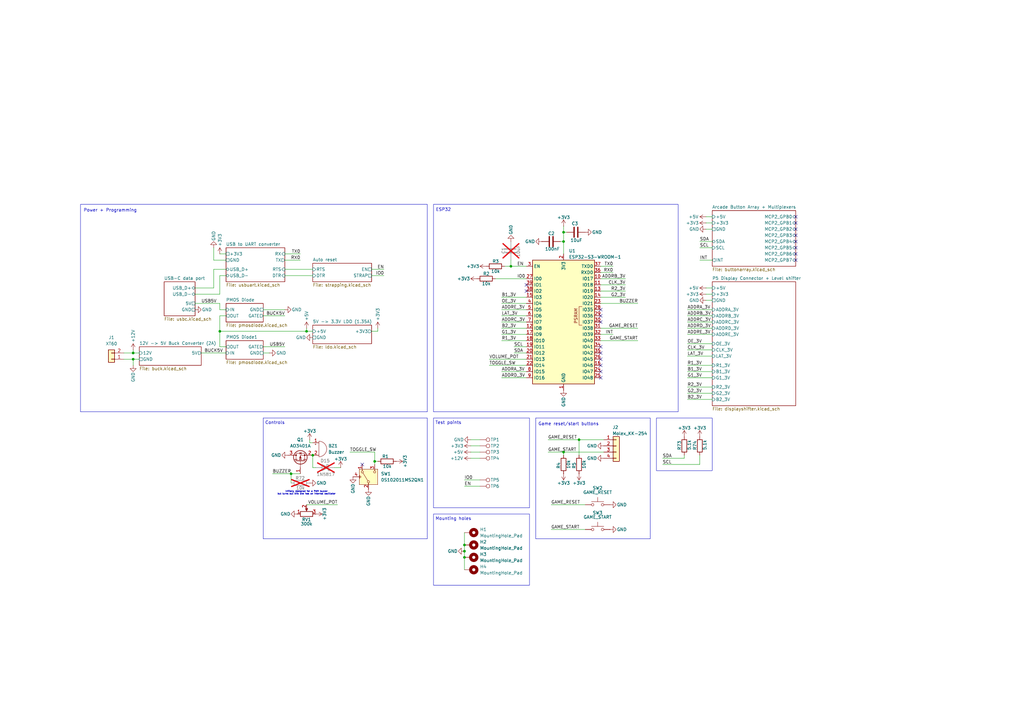
<source format=kicad_sch>
(kicad_sch (version 20250114) (generator "eeschema") (generator_version "9.0")
  (paper "A3")
  (lib_symbols
    (symbol "Connector:TestPoint" (pin_numbers (hide yes)) (pin_names (offset 0.762) (hide yes))
      (property "Reference" "TP" (at 0 6.858 0))
      (property "Value" "TestPoint" (at 0 5.08 0))
      (symbol "TestPoint_0_1"
        (circle (center 0 3.302) (radius 0.762))
      )
      (symbol "TestPoint_1_1"
        (pin passive line (at 0 0 90) (length 2.54) (name "1") (number "1"))
      )
    )
    (symbol "Connector_Generic:Conn_01x02" (pin_names (offset 1.016) (hide yes))
      (property "Reference" "J" (at 0 2.54 0))
      (property "Value" "Conn_01x02" (at 0 -5.08 0))
      (symbol "Conn_01x02_1_1"
        (rectangle (start -1.27 1.27) (end 1.27 -3.81) (stroke (width 0.254)) (fill (type background)))
        (rectangle (start -1.27 0.127) (end 0 -0.127) (stroke (width 0.1524)))
        (rectangle (start -1.27 -2.413) (end 0 -2.667) (stroke (width 0.1524)))
        (pin passive line (at -5.08 0 0) (length 3.81) (name "Pin_1") (number "1"))
        (pin passive line (at -5.08 -2.54 0) (length 3.81) (name "Pin_2") (number "2"))
      )
    )
    (symbol "Connector_Generic:Conn_01x04" (pin_names (offset 1.016) (hide yes))
      (property "Reference" "J" (at 0 5.08 0))
      (property "Value" "Conn_01x04" (at 0 -7.62 0))
      (symbol "Conn_01x04_1_1"
        (rectangle (start -1.27 3.81) (end 1.27 -6.35) (stroke (width 0.254)) (fill (type background)))
        (rectangle (start -1.27 2.667) (end 0 2.413) (stroke (width 0.1524)))
        (rectangle (start -1.27 0.127) (end 0 -0.127) (stroke (width 0.1524)))
        (rectangle (start -1.27 -2.413) (end 0 -2.667) (stroke (width 0.1524)))
        (rectangle (start -1.27 -4.953) (end 0 -5.207) (stroke (width 0.1524)))
        (pin passive line (at -5.08 2.54 0) (length 3.81) (name "Pin_1") (number "1"))
        (pin passive line (at -5.08 0 0) (length 3.81) (name "Pin_2") (number "2"))
        (pin passive line (at -5.08 -2.54 0) (length 3.81) (name "Pin_3") (number "3"))
        (pin passive line (at -5.08 -5.08 0) (length 3.81) (name "Pin_4") (number "4"))
      )
    )
    (symbol "Device:Buzzer" (pin_names (offset 0.0254) (hide yes))
      (property "Reference" "BZ" (at 3.81 1.27 0))
      (property "Value" "Buzzer" (at 3.81 -1.27 0))
      (symbol "Buzzer_0_1"
        (polyline (pts (xy -1.651 1.905) (xy -1.143 1.905)))
        (polyline (pts (xy -1.397 2.159) (xy -1.397 1.651)))
        (arc (start 0 3.175) (mid 3.1612 0) (end 0 -3.175))
        (polyline (pts (xy 0 3.175) (xy 0 -3.175)))
      )
      (symbol "Buzzer_1_1"
        (pin passive line (at -2.54 2.54 0) (length 2.54) (name "+") (number "1"))
        (pin passive line (at -2.54 -2.54 0) (length 2.54) (name "-") (number "2"))
      )
    )
    (symbol "Device:C" (pin_numbers (hide yes)) (pin_names (offset 0.254))
      (property "Reference" "C" (at 0.635 2.54 0))
      (property "Value" "C" (at 0.635 -2.54 0))
      (symbol "C_0_1"
        (polyline (pts (xy -2.032 0.762) (xy 2.032 0.762)) (stroke (width 0.508)))
        (polyline (pts (xy -2.032 -0.762) (xy 2.032 -0.762)) (stroke (width 0.508)))
      )
      (symbol "C_1_1"
        (pin passive line (at 0 3.81 270) (length 2.794) (name "~") (number "1"))
        (pin passive line (at 0 -3.81 90) (length 2.794) (name "~") (number "2"))
      )
    )
    (symbol "Device:R" (pin_numbers (hide yes)) (pin_names (offset 0))
      (property "Reference" "R" (at 2.032 0 90))
      (property "Value" "R" (at 0 0 90))
      (symbol "R_0_1"
        (rectangle (start -1.016 -2.54) (end 1.016 2.54) (stroke (width 0.254)))
      )
      (symbol "R_1_1"
        (pin passive line (at 0 3.81 270) (length 1.27) (name "~") (number "1"))
        (pin passive line (at 0 -3.81 90) (length 1.27) (name "~") (number "2"))
      )
    )
    (symbol "Device:R_Potentiometer" (pin_names (offset 1.016) (hide yes))
      (property "Reference" "RV" (at -4.445 0 90))
      (property "Value" "R_Potentiometer" (at -2.54 0 90))
      (symbol "R_Potentiometer_0_1"
        (rectangle (start 1.016 2.54) (end -1.016 -2.54) (stroke (width 0.254)))
        (polyline (pts (xy 1.143 0) (xy 2.286 0.508) (xy 2.286 -0.508) (xy 1.143 0)) (fill (type outline)))
        (polyline (pts (xy 2.54 0) (xy 1.524 0)))
      )
      (symbol "R_Potentiometer_1_1"
        (pin passive line (at 0 3.81 270) (length 1.27) (name "1") (number "1"))
        (pin passive line (at 0 -3.81 90) (length 1.27) (name "3") (number "3"))
        (pin passive line (at 3.81 0 180) (length 1.27) (name "2") (number "2"))
      )
    )
    (symbol "Diode:1N5817" (pin_numbers (hide yes)) (pin_names (offset 1.016) (hide yes))
      (property "Reference" "D" (at 0 2.54 0))
      (property "Value" "1N5817" (at 0 -2.54 0))
      (symbol "1N5817_0_1"
        (polyline (pts (xy -1.905 0.635) (xy -1.905 1.27) (xy -1.27 1.27) (xy -1.27 -1.27) (xy -0.635 -1.27) (xy -0.635 -0.635)) (stroke (width 0.254)))
        (polyline (pts (xy 1.27 1.27) (xy 1.27 -1.27) (xy -1.27 0) (xy 1.27 1.27)) (stroke (width 0.254)))
        (polyline (pts (xy 1.27 0) (xy -1.27 0)))
      )
      (symbol "1N5817_1_1"
        (pin passive line (at -3.81 0 0) (length 2.54) (name "K") (number "1"))
        (pin passive line (at 3.81 0 180) (length 2.54) (name "A") (number "2"))
      )
    )
    (symbol "Mechanical:MountingHole_Pad" (pin_numbers (hide yes)) (pin_names (offset 1.016) (hide yes)) (exclude_from_sim yes) (in_bom no)
      (property "Reference" "H" (at 0 6.35 0))
      (property "Value" "MountingHole_Pad" (at 0 4.445 0))
      (symbol "MountingHole_Pad_0_1"
        (circle (center 0 1.27) (radius 1.27) (stroke (width 1.27)))
      )
      (symbol "MountingHole_Pad_1_1"
        (pin input line (at 0 -2.54 90) (length 2.54) (name "1") (number "1"))
      )
    )
    (symbol "RF_Module:ESP32-S3-WROOM-1"
      (property "Reference" "U" (at -12.7 26.67 0))
      (property "Value" "ESP32-S3-WROOM-1" (at 12.7 26.67 0))
      (symbol "ESP32-S3-WROOM-1_0_0"
        (rectangle (start -12.7 25.4) (end 12.7 -25.4) (stroke (width 0.254)) (fill (type background)))
        (text "PSRAM" (at 5.08 2.54 900) (effects (font (size 1.27 1.27))))
      )
      (symbol "ESP32-S3-WROOM-1_0_1"
        (polyline (pts (xy 7.62 -1.27) (xy 6.35 -1.27) (xy 6.35 6.35) (xy 7.62 6.35)))
      )
      (symbol "ESP32-S3-WROOM-1_1_1"
        (pin input line (at -15.24 22.86 0) (length 2.54) (name "EN") (number "3"))
        (pin bidirectional line (at -15.24 17.78 0) (length 2.54) (name "IO0") (number "27"))
        (pin bidirectional line (at -15.24 15.24 0) (length 2.54) (name "IO1") (number "39"))
        (pin bidirectional line (at -15.24 12.7 0) (length 2.54) (name "IO2") (number "38"))
        (pin bidirectional line (at -15.24 10.16 0) (length 2.54) (name "IO3") (number "15"))
        (pin bidirectional line (at -15.24 7.62 0) (length 2.54) (name "IO4") (number "4"))
        (pin bidirectional line (at -15.24 5.08 0) (length 2.54) (name "IO5") (number "5"))
        (pin bidirectional line (at -15.24 2.54 0) (length 2.54) (name "IO6") (number "6"))
        (pin bidirectional line (at -15.24 0 0) (length 2.54) (name "IO7") (number "7"))
        (pin bidirectional line (at -15.24 -2.54 0) (length 2.54) (name "IO8") (number "12"))
        (pin bidirectional line (at -15.24 -5.08 0) (length 2.54) (name "IO9") (number "17"))
        (pin bidirectional line (at -15.24 -7.62 0) (length 2.54) (name "IO10") (number "18"))
        (pin bidirectional line (at -15.24 -10.16 0) (length 2.54) (name "IO11") (number "19"))
        (pin bidirectional line (at -15.24 -12.7 0) (length 2.54) (name "IO12") (number "20"))
        (pin bidirectional line (at -15.24 -15.24 0) (length 2.54) (name "IO13") (number "21"))
        (pin bidirectional line (at -15.24 -17.78 0) (length 2.54) (name "IO14") (number "22"))
        (pin bidirectional line (at -15.24 -20.32 0) (length 2.54) (name "IO15") (number "8"))
        (pin bidirectional line (at -15.24 -22.86 0) (length 2.54) (name "IO16") (number "9"))
        (pin power_in line (at 0 27.94 270) (length 2.54) (name "3V3") (number "2"))
        (pin power_in line (at 0 -27.94 90) (length 2.54) (name "GND") (number "1"))
        (pin passive line (at 0 -27.94 90) (length 2.54) (hide yes) (name "GND") (number "40"))
        (pin passive line (at 0 -27.94 90) (length 2.54) (hide yes) (name "GND") (number "41"))
        (pin bidirectional line (at 15.24 22.86 180) (length 2.54) (name "TXD0") (number "37"))
        (pin bidirectional line (at 15.24 20.32 180) (length 2.54) (name "RXD0") (number "36"))
        (pin bidirectional line (at 15.24 17.78 180) (length 2.54) (name "IO17") (number "10"))
        (pin bidirectional line (at 15.24 15.24 180) (length 2.54) (name "IO18") (number "11"))
        (pin bidirectional line (at 15.24 12.7 180) (length 2.54) (name "IO19") (number "13"))
        (pin bidirectional line (at 15.24 10.16 180) (length 2.54) (name "IO20") (number "14"))
        (pin bidirectional line (at 15.24 7.62 180) (length 2.54) (name "IO21") (number "23"))
        (pin bidirectional line (at 15.24 5.08 180) (length 2.54) (name "IO35") (number "28"))
        (pin bidirectional line (at 15.24 2.54 180) (length 2.54) (name "IO36") (number "29"))
        (pin bidirectional line (at 15.24 0 180) (length 2.54) (name "IO37") (number "30"))
        (pin bidirectional line (at 15.24 -2.54 180) (length 2.54) (name "IO38") (number "31"))
        (pin bidirectional line (at 15.24 -5.08 180) (length 2.54) (name "IO39") (number "32"))
        (pin bidirectional line (at 15.24 -7.62 180) (length 2.54) (name "IO40") (number "33"))
        (pin bidirectional line (at 15.24 -10.16 180) (length 2.54) (name "IO41") (number "34"))
        (pin bidirectional line (at 15.24 -12.7 180) (length 2.54) (name "IO42") (number "35"))
        (pin bidirectional line (at 15.24 -15.24 180) (length 2.54) (name "IO45") (number "26"))
        (pin bidirectional line (at 15.24 -17.78 180) (length 2.54) (name "IO46") (number "16"))
        (pin bidirectional line (at 15.24 -20.32 180) (length 2.54) (name "IO47") (number "24"))
        (pin bidirectional line (at 15.24 -22.86 180) (length 2.54) (name "IO48") (number "25"))
      )
    )
    (symbol "Switch:SW_Push" (pin_numbers (hide yes)) (pin_names (offset 1.016) (hide yes))
      (property "Reference" "SW" (at 1.27 2.54 0))
      (property "Value" "SW_Push" (at 0 -1.524 0))
      (symbol "SW_Push_0_1"
        (circle (center -2.032 0) (radius 0.508))
        (polyline (pts (xy 0 1.27) (xy 0 3.048)))
        (circle (center 2.032 0) (radius 0.508))
        (polyline (pts (xy 2.54 1.27) (xy -2.54 1.27)))
        (pin passive line (at -5.08 0 0) (length 2.54) (name "1") (number "1"))
        (pin passive line (at 5.08 0 180) (length 2.54) (name "2") (number "2"))
      )
    )
    (symbol "Switch:SW_SPDT" (pin_names (offset 0) (hide yes))
      (property "Reference" "SW3" (at 1.2701 -5.08 90))
      (property "Value" "0S102011MS2QN1" (at -1.2699 -5.08 90))
      (symbol "SW_SPDT_0_1"
        (circle (center -2.032 0) (radius 0.4572))
        (polyline (pts (xy -1.651 0.254) (xy 1.651 2.286)))
        (polyline (pts (xy 0.1256 3.0396) (xy -0.1089 3.0396)))
        (polyline (pts (xy 0.4075 3.2964) (xy -0.4019 3.2964)))
        (polyline (pts (xy 0.6225 3.5477) (xy -0.6475 3.5477)))
        (circle (center 2.032 2.54) (radius 0.4572))
        (circle (center 2.032 -2.54) (radius 0.4572))
      )
      (symbol "SW_SPDT_1_1"
        (rectangle (start -3.175 3.81) (end 3.175 -3.81) (fill (type background)))
        (pin passive line (at -5.08 0 0) (length 2.54) (name "B") (number "2"))
        (pin passive line (at 0 6.35 270) (length 2.54) (name "BASE") (number "4"))
        (pin passive line (at 0 6.35 270) (length 2.54) (hide yes) (name "BASE") (number "5"))
        (pin passive line (at 5.08 2.54 180) (length 2.54) (name "A") (number "1"))
        (pin passive line (at 5.08 -2.54 180) (length 2.54) (name "C") (number "3"))
      )
    )
    (symbol "Transistor_FET:AO3401A" (pin_names (hide yes))
      (property "Reference" "Q" (at 5.08 1.905 0))
      (property "Value" "AO3401A" (at 5.08 0 0))
      (symbol "AO3401A_0_1"
        (polyline (pts (xy 0.254 1.905) (xy 0.254 -1.905)) (stroke (width 0.254)))
        (polyline (pts (xy 0.254 0) (xy -2.54 0)))
        (polyline (pts (xy 0.762 2.286) (xy 0.762 1.27)) (stroke (width 0.254)))
        (polyline (pts (xy 0.762 1.778) (xy 3.302 1.778) (xy 3.302 -1.778) (xy 0.762 -1.778)))
        (polyline (pts (xy 0.762 0.508) (xy 0.762 -0.508)) (stroke (width 0.254)))
        (polyline (pts (xy 0.762 -1.27) (xy 0.762 -2.286)) (stroke (width 0.254)))
        (circle (center 1.651 0) (radius 2.794) (stroke (width 0.254)))
        (polyline (pts (xy 2.286 0) (xy 1.27 0.381) (xy 1.27 -0.381) (xy 2.286 0)) (fill (type outline)))
        (polyline (pts (xy 2.54 2.54) (xy 2.54 1.778)))
        (circle (center 2.54 1.778) (radius 0.254) (fill (type outline)))
        (circle (center 2.54 -1.778) (radius 0.254) (fill (type outline)))
        (polyline (pts (xy 2.54 -2.54) (xy 2.54 0) (xy 0.762 0)))
        (polyline (pts (xy 2.794 -0.508) (xy 2.921 -0.381) (xy 3.683 -0.381) (xy 3.81 -0.254)))
        (polyline (pts (xy 3.302 -0.381) (xy 2.921 0.254) (xy 3.683 0.254) (xy 3.302 -0.381)))
      )
      (symbol "AO3401A_1_1"
        (pin input line (at -5.08 0 0) (length 2.54) (name "G") (number "1"))
        (pin passive line (at 2.54 5.08 270) (length 2.54) (name "D") (number "3"))
        (pin passive line (at 2.54 -5.08 90) (length 2.54) (name "S") (number "2"))
      )
    )
    (symbol "power:+3V3" (power) (pin_numbers (hide yes)) (pin_names (offset 0) (hide yes))
      (property "Value" "+3V3" (at 0 3.556 0))
      (symbol "+3V3_0_1"
        (polyline (pts (xy -0.762 1.27) (xy 0 2.54)))
        (polyline (pts (xy 0 2.54) (xy 0.762 1.27)))
        (polyline (pts (xy 0 0) (xy 0 2.54)))
      )
      (symbol "+3V3_1_1"
        (pin power_in line (at 0 0 90) (length 0) (name "~") (number "1"))
      )
    )
    (symbol "power:+5V" (power) (pin_numbers (hide yes)) (pin_names (offset 0) (hide yes))
      (property "Value" "+5V" (at 0 3.556 0))
      (symbol "+5V_0_1"
        (polyline (pts (xy -0.762 1.27) (xy 0 2.54)))
        (polyline (pts (xy 0 2.54) (xy 0.762 1.27)))
        (polyline (pts (xy 0 0) (xy 0 2.54)))
      )
      (symbol "+5V_1_1"
        (pin power_in line (at 0 0 90) (length 0) (name "~") (number "1"))
      )
    )
    (symbol "power:GND" (power) (pin_numbers (hide yes)) (pin_names (offset 0) (hide yes))
      (property "Value" "GND" (at 0 -3.81 0))
      (symbol "GND_0_1"
        (polyline (pts (xy 0 0) (xy 0 -1.27) (xy 1.27 -1.27) (xy 0 -2.54) (xy -1.27 -1.27) (xy 0 -1.27)))
      )
      (symbol "GND_1_1"
        (pin power_in line (at 0 0 270) (length 0) (name "~") (number "1"))
      )
    )
  )
  (rectangle (start 107.95 171.45) (end 175.26 220.98))
  (rectangle (start 219.71 171.45) (end 266.7 220.98))
  (rectangle (start 177.8 83.82) (end 278.13 168.91))
  (rectangle (start 177.8 210.82) (end 217.17 240.03))
  (rectangle (start 33.02 83.82) (end 175.26 168.91))
  (rectangle (start 177.8 171.45) (end 217.17 208.28))
  (rectangle (start 269.24 171.45) (end 292.1 193.04))
  (text "Mounting holes" (at 178.562 212.852 0) (effects (font (size 1.27 1.27)) (justify left)))
  (text "ESP32" (at 181.864 86.106 0) (effects (font (size 1.27 1.27))))
  (text "Test points\n" (at 183.896 173.482 0) (effects (font (size 1.27 1.27))))
  (text "Power + Programming" (at 45.212 86.36 0) (effects (font (size 1.27 1.27))))
  (text "Controls" (at 112.776 173.482 0) (effects (font (size 1.27 1.27))))
  (text "Game reset/start buttons" (at 233.172 173.99 0) (effects (font (size 1.27 1.27))))
  (text "Initially designed for a PWM buzzer\nbut turns out this one has an internal oscillator" (at 125.73 202.184 0) (effects (font (size 0.635 0.635))))
  (junction (at 119.38 194.31))
  (junction (at 231.14 95.25))
  (junction (at 128.27 186.69))
  (junction (at 190.5 228.6))
  (junction (at 90.17 135.89))
  (junction (at 231.14 185.42))
  (junction (at 209.55 109.22))
  (junction (at 153.67 189.23))
  (junction (at 125.73 135.89))
  (junction (at 237.49 180.34))
  (junction (at 54.61 144.78))
  (junction (at 190.5 226.06))
  (junction (at 231.14 99.06))
  (junction (at 190.5 223.52))
  (junction (at 54.61 147.32))
  (no_connect (at 215.9 119.38))
  (no_connect (at 246.38 129.54))
  (no_connect (at 246.38 142.24))
  (no_connect (at 326.39 106.68))
  (no_connect (at 246.38 147.32))
  (no_connect (at 246.38 152.4))
  (no_connect (at 246.38 127))
  (no_connect (at 246.38 149.86))
  (no_connect (at 326.39 88.9))
  (no_connect (at 246.38 132.08))
  (no_connect (at 326.39 93.98))
  (no_connect (at 326.39 99.06))
  (no_connect (at 246.38 154.94))
  (no_connect (at 246.38 144.78))
  (no_connect (at 326.39 101.6))
  (no_connect (at 326.39 91.44))
  (no_connect (at 215.9 116.84))
  (no_connect (at 326.39 96.52))
  (no_connect (at 148.59 190.5))
  (no_connect (at 326.39 104.14))
  (wire (pts (xy 153.67 185.42) (xy 153.67 189.23)))
  (wire (pts (xy 226.06 217.17) (xy 240.03 217.17)))
  (wire (pts (xy 224.79 180.34) (xy 237.49 180.34)))
  (wire (pts (xy 119.38 194.31) (xy 123.19 194.31)))
  (wire (pts (xy 190.5 223.52) (xy 190.5 226.06)))
  (wire (pts (xy 209.55 106.68) (xy 209.55 109.22)))
  (wire (pts (xy 231.14 185.42) (xy 231.14 186.69)))
  (wire (pts (xy 231.14 99.06) (xy 231.14 104.14)))
  (wire (pts (xy 128.27 191.77) (xy 128.27 186.69)))
  (wire (pts (xy 289.56 120.65) (xy 292.1 120.65)))
  (wire (pts (xy 154.94 135.89) (xy 154.94 134.62)))
  (wire (pts (xy 256.54 116.84) (xy 246.38 116.84)))
  (wire (pts (xy 80.01 118.11) (xy 87.63 118.11)))
  (wire (pts (xy 256.54 119.38) (xy 246.38 119.38)))
  (wire (pts (xy 205.74 154.94) (xy 215.9 154.94)))
  (wire (pts (xy 190.5 226.06) (xy 190.5 228.6)))
  (wire (pts (xy 152.4 113.03) (xy 157.48 113.03)))
  (wire (pts (xy 281.94 149.86) (xy 292.1 149.86)))
  (wire (pts (xy 116.84 110.49) (xy 128.27 110.49)))
  (wire (pts (xy 281.94 154.94) (xy 292.1 154.94)))
  (wire (pts (xy 87.63 110.49) (xy 92.71 110.49)))
  (wire (pts (xy 90.17 142.24) (xy 90.17 135.89)))
  (wire (pts (xy 281.94 158.75) (xy 292.1 158.75)))
  (wire (pts (xy 190.5 218.44) (xy 190.5 223.52)))
  (wire (pts (xy 281.94 132.08) (xy 292.1 132.08)))
  (wire (pts (xy 246.38 109.22) (xy 251.46 109.22)))
  (wire (pts (xy 80.01 124.46) (xy 90.17 124.46)))
  (wire (pts (xy 90.17 129.54) (xy 92.71 129.54)))
  (wire (pts (xy 281.94 163.83) (xy 292.1 163.83)))
  (wire (pts (xy 215.9 144.78) (xy 210.82 144.78)))
  (wire (pts (xy 246.38 137.16) (xy 251.46 137.16)))
  (wire (pts (xy 107.95 142.24) (xy 116.84 142.24)))
  (wire (pts (xy 87.63 118.11) (xy 87.63 110.49)))
  (wire (pts (xy 205.74 152.4) (xy 215.9 152.4)))
  (wire (pts (xy 92.71 142.24) (xy 90.17 142.24)))
  (wire (pts (xy 154.94 189.23) (xy 153.67 189.23)))
  (wire (pts (xy 107.95 129.54) (xy 116.84 129.54)))
  (wire (pts (xy 116.84 104.14) (xy 123.19 104.14)))
  (wire (pts (xy 205.74 139.7) (xy 215.9 139.7)))
  (wire (pts (xy 152.4 135.89) (xy 154.94 135.89)))
  (wire (pts (xy 54.61 143.51) (xy 54.61 144.78)))
  (wire (pts (xy 281.94 129.54) (xy 292.1 129.54)))
  (wire (pts (xy 190.5 196.85) (xy 196.85 196.85)))
  (wire (pts (xy 190.5 228.6) (xy 190.5 233.68)))
  (wire (pts (xy 205.74 137.16) (xy 215.9 137.16)))
  (wire (pts (xy 119.38 194.31) (xy 119.38 198.12)))
  (wire (pts (xy 87.63 106.68) (xy 92.71 106.68)))
  (wire (pts (xy 231.14 95.25) (xy 231.14 99.06)))
  (wire (pts (xy 87.63 101.6) (xy 87.63 106.68)))
  (wire (pts (xy 246.38 111.76) (xy 251.46 111.76)))
  (wire (pts (xy 289.56 93.98) (xy 292.1 93.98)))
  (wire (pts (xy 92.71 113.03) (xy 90.17 113.03)))
  (wire (pts (xy 54.61 144.78) (xy 57.15 144.78)))
  (wire (pts (xy 281.94 140.97) (xy 292.1 140.97)))
  (wire (pts (xy 116.84 113.03) (xy 128.27 113.03)))
  (wire (pts (xy 90.17 124.46) (xy 90.17 127)))
  (wire (pts (xy 107.95 144.78) (xy 110.49 144.78)))
  (wire (pts (xy 54.61 147.32) (xy 57.15 147.32)))
  (wire (pts (xy 271.78 187.96) (xy 280.67 187.96)))
  (wire (pts (xy 289.56 91.44) (xy 292.1 91.44)))
  (wire (pts (xy 82.55 144.78) (xy 92.71 144.78)))
  (wire (pts (xy 152.4 110.49) (xy 157.48 110.49)))
  (wire (pts (xy 215.9 142.24) (xy 210.82 142.24)))
  (wire (pts (xy 289.56 118.11) (xy 292.1 118.11)))
  (wire (pts (xy 111.76 194.31) (xy 119.38 194.31)))
  (wire (pts (xy 90.17 120.65) (xy 80.01 120.65)))
  (wire (pts (xy 196.85 185.42) (xy 193.04 185.42)))
  (wire (pts (xy 246.38 124.46) (xy 261.62 124.46)))
  (wire (pts (xy 90.17 135.89) (xy 125.73 135.89)))
  (wire (pts (xy 205.74 132.08) (xy 215.9 132.08)))
  (wire (pts (xy 271.78 190.5) (xy 287.02 190.5)))
  (wire (pts (xy 125.73 135.89) (xy 128.27 135.89)))
  (wire (pts (xy 90.17 135.89) (xy 90.17 129.54)))
  (wire (pts (xy 90.17 127) (xy 92.71 127)))
  (wire (pts (xy 231.14 92.71) (xy 231.14 95.25)))
  (wire (pts (xy 137.16 191.77) (xy 139.7 191.77)))
  (wire (pts (xy 50.8 144.78) (xy 54.61 144.78)))
  (wire (pts (xy 205.74 124.46) (xy 215.9 124.46)))
  (wire (pts (xy 281.94 127) (xy 292.1 127)))
  (wire (pts (xy 287.02 190.5) (xy 287.02 186.69)))
  (wire (pts (xy 231.14 185.42) (xy 247.65 185.42)))
  (wire (pts (xy 125.73 207.01) (xy 138.43 207.01)))
  (wire (pts (xy 281.94 161.29) (xy 292.1 161.29)))
  (wire (pts (xy 54.61 147.32) (xy 54.61 149.86)))
  (wire (pts (xy 237.49 180.34) (xy 247.65 180.34)))
  (wire (pts (xy 116.84 106.68) (xy 123.19 106.68)))
  (wire (pts (xy 246.38 139.7) (xy 261.62 139.7)))
  (wire (pts (xy 229.87 99.06) (xy 231.14 99.06)))
  (wire (pts (xy 153.67 189.23) (xy 153.67 190.5)))
  (wire (pts (xy 205.74 121.92) (xy 215.9 121.92)))
  (wire (pts (xy 125.73 135.89) (xy 125.73 134.62)))
  (wire (pts (xy 287.02 99.06) (xy 292.1 99.06)))
  (wire (pts (xy 226.06 207.01) (xy 240.03 207.01)))
  (wire (pts (xy 50.8 147.32) (xy 54.61 147.32)))
  (wire (pts (xy 196.85 182.88) (xy 193.04 182.88)))
  (wire (pts (xy 196.85 187.96) (xy 193.04 187.96)))
  (wire (pts (xy 232.41 95.25) (xy 231.14 95.25)))
  (wire (pts (xy 107.95 127) (xy 116.84 127)))
  (wire (pts (xy 281.94 143.51) (xy 292.1 143.51)))
  (wire (pts (xy 196.85 180.34) (xy 193.04 180.34)))
  (wire (pts (xy 143.51 185.42) (xy 153.67 185.42)))
  (wire (pts (xy 90.17 104.14) (xy 92.71 104.14)))
  (wire (pts (xy 281.94 137.16) (xy 292.1 137.16)))
  (wire (pts (xy 200.66 147.32) (xy 215.9 147.32)))
  (wire (pts (xy 215.9 149.86) (xy 200.66 149.86)))
  (wire (pts (xy 127 180.34) (xy 127 181.61)))
  (wire (pts (xy 281.94 134.62) (xy 292.1 134.62)))
  (wire (pts (xy 209.55 109.22) (xy 215.9 109.22)))
  (wire (pts (xy 256.54 114.3) (xy 246.38 114.3)))
  (wire (pts (xy 289.56 123.19) (xy 292.1 123.19)))
  (wire (pts (xy 127 181.61) (xy 128.27 181.61)))
  (wire (pts (xy 224.79 185.42) (xy 231.14 185.42)))
  (wire (pts (xy 205.74 127) (xy 215.9 127)))
  (wire (pts (xy 281.94 146.05) (xy 292.1 146.05)))
  (wire (pts (xy 256.54 121.92) (xy 246.38 121.92)))
  (wire (pts (xy 281.94 152.4) (xy 292.1 152.4)))
  (wire (pts (xy 237.49 186.69) (xy 237.49 180.34)))
  (wire (pts (xy 287.02 101.6) (xy 292.1 101.6)))
  (wire (pts (xy 287.02 106.68) (xy 292.1 106.68)))
  (wire (pts (xy 205.74 129.54) (xy 215.9 129.54)))
  (wire (pts (xy 203.2 114.3) (xy 215.9 114.3)))
  (wire (pts (xy 280.67 186.69) (xy 280.67 187.96)))
  (wire (pts (xy 129.54 191.77) (xy 128.27 191.77)))
  (wire (pts (xy 205.74 134.62) (xy 215.9 134.62)))
  (wire (pts (xy 207.01 109.22) (xy 209.55 109.22)))
  (wire (pts (xy 289.56 88.9) (xy 292.1 88.9)))
  (wire (pts (xy 90.17 113.03) (xy 90.17 120.65)))
  (wire (pts (xy 246.38 134.62) (xy 261.62 134.62)))
  (wire (pts (xy 190.5 199.39) (xy 196.85 199.39)))
  (label "INT" (at 251.46 137.16 180))
  (label "CLK_3V" (at 281.94 143.51 0))
  (label "CLK_3V" (at 256.54 116.84 180))
  (label "IO0" (at 190.5 196.85 0))
  (label "GAME_RESET" (at 224.79 180.34 0))
  (label "ADDRE_3V" (at 205.74 127 0))
  (label "SCL" (at 287.02 101.6 0))
  (label "ADDRD_3V" (at 281.94 134.62 0))
  (label "OE_3V" (at 205.74 124.46 0))
  (label "SDA" (at 287.02 99.06 0))
  (label "GAME_START" (at 224.79 185.42 0))
  (label "ADDRB_3V" (at 281.94 129.54 0))
  (label "G2_3V" (at 281.94 161.29 0))
  (label "TOGGLE_SW" (at 200.66 149.86 0))
  (label "BUCK5V" (at 83.82 144.78 0))
  (label "LAT_3V" (at 281.94 146.05 0))
  (label "USB5V" (at 82.55 124.46 0))
  (label "SCL" (at 271.78 190.5 0))
  (label "INT" (at 287.02 106.68 0))
  (label "EN" (at 190.5 199.39 0))
  (label "BUZZER" (at 261.62 124.46 180))
  (label "TX0" (at 251.46 109.22 180))
  (label "ADDRA_3V" (at 205.74 152.4 0))
  (label "RX0" (at 251.46 111.76 180))
  (label "ADDRC_3V" (at 281.94 132.08 0))
  (label "SDA" (at 271.78 187.96 0))
  (label "BUZZER" (at 111.76 194.31 0))
  (label "GAME_RESET" (at 261.62 134.62 180))
  (label "ADDRE_3V" (at 281.94 137.16 0))
  (label "IO0" (at 157.48 113.03 180))
  (label "G1_3V" (at 281.94 154.94 0))
  (label "GAME_START" (at 261.62 139.7 180))
  (label "GAME_START" (at 226.06 217.17 0))
  (label "VOLUME_POT" (at 200.66 147.32 0))
  (label "ADDRC_3V" (at 205.74 132.08 0))
  (label "TOGGLE_SW" (at 143.51 185.42 0))
  (label "RX0" (at 123.19 106.68 180))
  (label "LAT_3V" (at 205.74 129.54 0))
  (label "TX0" (at 123.19 104.14 180))
  (label "USB5V" (at 116.84 142.24 180))
  (label "B2_3V" (at 281.94 163.83 0))
  (label "B2_3V" (at 205.74 134.62 0))
  (label "SDA" (at 210.82 144.78 0))
  (label "G2_3V" (at 256.54 121.92 180))
  (label "EN" (at 157.48 110.49 180))
  (label "B1_3V" (at 205.74 121.92 0))
  (label "R2_3V" (at 281.94 158.75 0))
  (label "ADDRB_3V" (at 256.54 114.3 180))
  (label "ADDRA_3V" (at 281.94 127 0))
  (label "EN" (at 212.09 109.22 0))
  (label "B1_3V" (at 281.94 152.4 0))
  (label "R1_3V" (at 281.94 149.86 0))
  (label "G1_3V" (at 205.74 137.16 0))
  (label "VOLUME_POT" (at 138.43 207.01 180))
  (label "R2_3V" (at 256.54 119.38 180))
  (label "BUCK5V" (at 116.84 129.54 180))
  (label "IO0" (at 212.09 114.3 0))
  (label "OE_3V" (at 281.94 140.97 0))
  (label "SCL" (at 210.82 142.24 0))
  (label "ADDRD_3V" (at 205.74 154.94 0))
  (label "GAME_RESET" (at 226.06 207.01 0))
  (label "R1_3V" (at 205.74 139.7 0))
  (symbol (lib_id "Connector:TestPoint") (at 196.85 187.96 270) (unit 1)
    (property "Reference" "TP4" (at 201.168 187.96 90) (effects (justify left)))
    (property "Value" "+12V" (effects (hide yes)))
    (property "Footprint" "TestPoint:TestPoint_Pad_D1.5mm" (effects (hide yes)))
    (property "Description" "test point" (effects (hide yes)))
  )
  (symbol (lib_id "Mechanical:MountingHole_Pad") (at 193.04 223.52 270) (unit 1) (exclude_from_sim yes) (in_bom no)
    (property "Reference" "H2" (at 196.85 222.2499 90) (effects (justify left)))
    (property "Value" "MountingHole_Pad" (at 196.85 224.7899 90) (effects (justify left)))
    (property "Footprint" "MountingHole:MountingHole_2.2mm_M2_Pad_Via" (effects (hide yes)))
    (property "Description" "Mounting Hole with connection" (effects (hide yes)))
  )
  (symbol (lib_id "power:GND") (at 231.14 160.02 0) (unit 1)
    (property "Reference" "#PWR028" (effects (hide yes)))
    (property "Value" "GND" (at 231.14 162.814 90) (effects (justify right)))
    (property "Description" "Power symbol creates a global label with name \"GND\" , ground" (effects (hide yes)))
  )
  (symbol (lib_id "Device:C") (at 209.55 102.87 0) (unit 1) (dnp yes)
    (property "Reference" "C1" (at 206.502 104.14 90) (effects (justify left)))
    (property "Value" "10uF" (at 212.598 105.41 90) (effects (justify left)))
    (property "Footprint" "Capacitor_SMD:C_0603_1608Metric" (effects (hide yes)))
    (property "Description" "Unpolarized capacitor" (effects (hide yes)))
  )
  (symbol (lib_id "power:GND") (at 80.01 127 90) (unit 1)
    (property "Reference" "#PWR03" (effects (hide yes)))
    (property "Value" "GND" (at 82.804 127 90) (effects (justify right)))
    (property "Description" "Power symbol creates a global label with name \"GND\" , ground" (effects (hide yes)))
  )
  (symbol (lib_id "power:GND") (at 87.63 101.6 180) (unit 1)
    (property "Reference" "#PWR04" (effects (hide yes)))
    (property "Value" "GND" (at 87.63 98.806 90) (effects (justify right)))
    (property "Description" "Power symbol creates a global label with name \"GND\" , ground" (effects (hide yes)))
  )
  (symbol (lib_id "power:+5V") (at 193.04 187.96 90) (unit 1)
    (property "Reference" "#PWR022" (effects (hide yes)))
    (property "Value" "+12V" (at 189.992 187.96 90) (effects (justify left)))
    (property "Description" "Power symbol creates a global label with name \"+5V\"" (effects (hide yes)))
  )
  (symbol (lib_id "Device:R") (at 287.02 182.88 0) (unit 1)
    (property "Reference" "R74" (at 284.988 184.658 90) (effects (justify left)))
    (property "Value" "5.1k" (at 289.052 184.658 90) (effects (justify left)))
    (property "Footprint" "Resistor_SMD:R_0603_1608Metric" (effects (hide yes)))
    (property "Description" "Resistor" (effects (hide yes)))
  )
  (symbol (lib_id "power:GND") (at 190.5 226.06 270) (unit 1)
    (property "Reference" "#PWR018" (effects (hide yes)))
    (property "Value" "GND" (at 187.706 226.06 90) (effects (justify right)))
    (property "Description" "Power symbol creates a global label with name \"GND\" , ground" (effects (hide yes)))
  )
  (symbol (lib_id "power:GND") (at 247.65 182.88 270) (unit 1)
    (property "Reference" "#PWR032" (effects (hide yes)))
    (property "Value" "GND" (at 244.856 182.88 90) (effects (justify right)))
    (property "Description" "Power symbol creates a global label with name \"GND\" , ground" (effects (hide yes)))
  )
  (symbol (lib_id "Device:Buzzer") (at 130.81 184.15 0) (unit 1)
    (property "Reference" "BZ1" (at 134.62 182.8799 0) (effects (justify left)))
    (property "Value" "Buzzer" (at 134.62 185.4199 0) (effects (justify left)))
    (property "Footprint" "sufst-lib:CUI_CMI-1275-85T" (effects (hide yes)))
    (property "Description" "Buzzer, polarized" (effects (hide yes)))
  )
  (symbol (lib_id "power:GND") (at 193.04 180.34 270) (unit 1)
    (property "Reference" "#PWR019" (effects (hide yes)))
    (property "Value" "GND" (at 190.246 180.34 90) (effects (justify right)))
    (property "Description" "Power symbol creates a global label with name \"GND\" , ground" (effects (hide yes)))
  )
  (symbol (lib_id "power:GND") (at 250.19 207.01 90) (unit 1)
    (property "Reference" "#PWR034" (effects (hide yes)))
    (property "Value" "GND" (at 252.984 207.01 90) (effects (justify right)))
    (property "Description" "Power symbol creates a global label with name \"GND\" , ground" (effects (hide yes)))
  )
  (symbol (lib_id "power:GND") (at 151.13 200.66 0) (unit 1)
    (property "Reference" "#PWR015" (effects (hide yes)))
    (property "Value" "GND" (at 151.13 203.454 90) (effects (justify right)))
    (property "Description" "Power symbol creates a global label with name \"GND\" , ground" (effects (hide yes)))
  )
  (symbol (lib_id "Mechanical:MountingHole_Pad") (at 193.04 228.6 270) (unit 1) (exclude_from_sim yes) (in_bom no)
    (property "Reference" "H3" (at 196.85 227.3299 90) (effects (justify left)))
    (property "Value" "MountingHole_Pad" (at 196.85 229.8699 90) (effects (justify left)))
    (property "Footprint" "MountingHole:MountingHole_2.2mm_M2_Pad_Via" (effects (hide yes)))
    (property "Description" "Mounting Hole with connection" (effects (hide yes)))
  )
  (symbol (lib_id "Device:R") (at 158.75 189.23 270) (unit 1)
    (property "Reference" "R1" (at 156.718 187.198 90) (effects (justify left)))
    (property "Value" "10k" (at 156.972 191.262 90) (effects (justify left)))
    (property "Footprint" "Resistor_SMD:R_0603_1608Metric" (effects (hide yes)))
    (property "Description" "Resistor" (effects (hide yes)))
  )
  (symbol (lib_id "power:+5V") (at 289.56 88.9 90) (unit 1)
    (property "Reference" "#PWR036" (effects (hide yes)))
    (property "Value" "+5V" (at 286.512 88.9 90) (effects (justify left)))
    (property "Description" "Power symbol creates a global label with name \"+5V\"" (effects (hide yes)))
  )
  (symbol (lib_id "power:GND") (at 116.84 127 90) (unit 1)
    (property "Reference" "#PWR07" (effects (hide yes)))
    (property "Value" "GND" (at 119.634 127 90) (effects (justify right)))
    (property "Description" "Power symbol creates a global label with name \"GND\" , ground" (effects (hide yes)))
  )
  (symbol (lib_id "power:GND") (at 128.27 138.43 270) (unit 1)
    (property "Reference" "#PWR012" (effects (hide yes)))
    (property "Value" "GND" (at 125.476 138.43 90) (effects (justify right)))
    (property "Description" "Power symbol creates a global label with name \"GND\" , ground" (effects (hide yes)))
  )
  (symbol (lib_id "power:+5V") (at 125.73 134.62 0) (unit 1)
    (property "Reference" "#PWR010" (effects (hide yes)))
    (property "Value" "+5V" (at 125.73 131.572 90) (effects (justify left)))
    (property "Description" "Power symbol creates a global label with name \"+5V\"" (effects (hide yes)))
  )
  (symbol (lib_id "power:GND") (at 247.65 187.96 270) (unit 1)
    (property "Reference" "#PWR033" (effects (hide yes)))
    (property "Value" "GND" (at 244.856 187.96 90) (effects (justify right)))
    (property "Description" "Power symbol creates a global label with name \"GND\" , ground" (effects (hide yes)))
  )
  (symbol (lib_id "Device:R") (at 231.14 190.5 0) (unit 1)
    (property "Reference" "R4" (at 229.108 192.278 90) (effects (justify left)))
    (property "Value" "10k" (at 233.172 192.278 90) (effects (justify left)))
    (property "Footprint" "Resistor_SMD:R_0603_1608Metric" (effects (hide yes)))
    (property "Description" "Resistor" (effects (hide yes)))
  )
  (symbol (lib_id "power:+3V3") (at 287.02 179.07 0) (unit 1)
    (property "Reference" "#PWR0256" (effects (hide yes)))
    (property "Value" "+3V3" (at 287.02 175.514 0))
    (property "Description" "Power symbol creates a global label with name \"+3V3\"" (effects (hide yes)))
  )
  (symbol (lib_id "power:+3V3") (at 289.56 91.44 90) (unit 1)
    (property "Reference" "#PWR037" (effects (hide yes)))
    (property "Value" "+3V3" (at 283.972 91.44 90))
    (property "Description" "Power symbol creates a global label with name \"+3V3\"" (effects (hide yes)))
  )
  (symbol (lib_id "power:GND") (at 118.11 186.69 270) (unit 1)
    (property "Reference" "#PWR08" (effects (hide yes)))
    (property "Value" "GND" (at 115.316 186.69 90) (effects (justify right)))
    (property "Description" "Power symbol creates a global label with name \"GND\" , ground" (effects (hide yes)))
  )
  (symbol (lib_id "power:+3V3") (at 195.58 114.3 90) (unit 1)
    (property "Reference" "#PWR023" (effects (hide yes)))
    (property "Value" "+3V3" (at 192.786 114.3 90) (effects (justify left)))
    (property "Description" "Power symbol creates a global label with name \"+3V3\"" (effects (hide yes)))
  )
  (symbol (lib_id "power:GND") (at 144.78 195.58 0) (unit 1)
    (property "Reference" "#PWR014" (effects (hide yes)))
    (property "Value" "GND" (at 144.78 198.374 90) (effects (justify right)))
    (property "Description" "Power symbol creates a global label with name \"GND\" , ground" (effects (hide yes)))
  )
  (symbol (lib_id "power:+3V3") (at 139.7 191.77 0) (unit 1)
    (property "Reference" "#PWR0233" (effects (hide yes)))
    (property "Value" "+3V3" (at 139.7 188.214 0))
    (property "Description" "Power symbol creates a global label with name \"+3V3\"" (effects (hide yes)))
  )
  (symbol (lib_id "power:GND") (at 110.49 144.78 90) (unit 1)
    (property "Reference" "#PWR06" (effects (hide yes)))
    (property "Value" "GND" (at 113.284 144.78 90) (effects (justify right)))
    (property "Description" "Power symbol creates a global label with name \"GND\" , ground" (effects (hide yes)))
  )
  (symbol (lib_id "power:+3V3") (at 231.14 194.31 180) (unit 1)
    (property "Reference" "#PWR029" (effects (hide yes)))
    (property "Value" "+3V3" (at 231.14 198.12 0))
    (property "Description" "Power symbol creates a global label with name \"+3V3\"" (effects (hide yes)))
  )
  (symbol (lib_id "Diode:1N5817") (at 133.35 191.77 180) (unit 1) (dnp yes)
    (property "Reference" "D15" (at 133.35 188.976 0))
    (property "Value" "1N5817" (at 133.604 194.564 0))
    (property "Footprint" "Diode_SMD:D_SOD-323F" (effects (hide yes)))
    (property "Datasheet" "http://www.vishay.com/docs/88525/1n5817.pdf" (effects (hide yes)))
    (property "Description" "20V 1A Schottky Barrier Rectifier Diode, DO-41" (effects (hide yes)))
  )
  (symbol (lib_id "power:GND") (at 209.55 99.06 180) (unit 1)
    (property "Reference" "#PWR025" (effects (hide yes)))
    (property "Value" "GND" (at 209.55 96.266 90) (effects (justify right)))
    (property "Description" "Power symbol creates a global label with name \"GND\" , ground" (effects (hide yes)))
  )
  (symbol (lib_id "power:GND") (at 289.56 123.19 270) (unit 1)
    (property "Reference" "#PWR041" (effects (hide yes)))
    (property "Value" "GND" (at 286.766 123.19 90) (effects (justify right)))
    (property "Description" "Power symbol creates a global label with name \"GND\" , ground" (effects (hide yes)))
  )
  (symbol (lib_id "power:GND") (at 222.25 99.06 270) (unit 1)
    (property "Reference" "#PWR026" (effects (hide yes)))
    (property "Value" "GND" (at 219.456 99.06 90) (effects (justify right)))
    (property "Description" "Power symbol creates a global label with name \"GND\" , ground" (effects (hide yes)))
  )
  (symbol (lib_id "power:+3V3") (at 162.56 189.23 270) (unit 1)
    (property "Reference" "#PWR017" (effects (hide yes)))
    (property "Value" "+3V3" (at 166.116 189.23 0))
    (property "Description" "Power symbol creates a global label with name \"+3V3\"" (effects (hide yes)))
  )
  (symbol (lib_id "power:+3V3") (at 129.54 210.82 270) (unit 1)
    (property "Reference" "#PWR013" (effects (hide yes)))
    (property "Value" "+3V3" (at 133.096 210.82 0))
    (property "Description" "Power symbol creates a global label with name \"+3V3\"" (effects (hide yes)))
  )
  (symbol (lib_id "power:+3V3") (at 289.56 120.65 90) (unit 1)
    (property "Reference" "#PWR040" (effects (hide yes)))
    (property "Value" "+3V3" (at 283.972 120.65 90))
    (property "Description" "Power symbol creates a global label with name \"+3V3\"" (effects (hide yes)))
  )
  (symbol (lib_id "RF_Module:ESP32-S3-WROOM-1") (at 231.14 132.08 0) (unit 1)
    (property "Reference" "U1" (at 233.3341 102.87 0) (effects (justify left)))
    (property "Value" "ESP32-S3-WROOM-1" (at 233.3341 105.41 0) (effects (justify left)))
    (property "Footprint" "RF_Module:ESP32-S3-WROOM-1" (effects (hide yes)))
    (property "Datasheet" "https://www.espressif.com/sites/default/files/documentation/esp32-s3-wroom-1_wroom-1u_datasheet_en.pdf" (effects (hide yes)))
    (property "Description" "RF Module, ESP32-S3 SoC, Wi-Fi 802.11b/g/n, Bluetooth, BLE, 32-bit, 3.3V, onboard antenna, SMD" (effects (hide yes)))
  )
  (symbol (lib_id "Switch:SW_Push") (at 245.11 217.17 0) (unit 1)
    (property "Reference" "SW3" (at 245.11 210.312 0))
    (property "Value" "GAME_START" (at 245.11 212.09 0))
    (property "Footprint" "Button_Switch_SMD:SW_Push_SPST_NO_Alps_SKRK" (effects (hide yes)))
    (property "Description" "Push button switch, generic, two pins" (effects (hide yes)))
  )
  (symbol (lib_id "Device:R") (at 203.2 109.22 270) (unit 1)
    (property "Reference" "R3" (at 201.93 107.188 90) (effects (justify left)))
    (property "Value" "10k" (at 201.422 111.252 90) (effects (justify left)))
    (property "Footprint" "Resistor_SMD:R_0603_1608Metric" (effects (hide yes)))
    (property "Description" "Resistor" (effects (hide yes)))
  )
  (symbol (lib_id "Device:C") (at 236.22 95.25 270) (unit 1)
    (property "Reference" "C3" (at 234.442 91.694 90) (effects (justify left)))
    (property "Value" "10uF" (at 233.934 98.552 90) (effects (justify left)))
    (property "Footprint" "Capacitor_SMD:C_0603_1608Metric" (effects (hide yes)))
    (property "Description" "Unpolarized capacitor" (effects (hide yes)))
  )
  (symbol (lib_id "Connector:TestPoint") (at 196.85 196.85 270) (unit 1)
    (property "Reference" "TP5" (at 201.168 196.85 90) (effects (justify left)))
    (property "Value" "IO0" (effects (hide yes)))
    (property "Footprint" "TestPoint:TestPoint_Pad_D1.5mm" (effects (hide yes)))
    (property "Description" "test point" (effects (hide yes)))
  )
  (symbol (lib_id "power:GND") (at 250.19 217.17 90) (unit 1)
    (property "Reference" "#PWR035" (effects (hide yes)))
    (property "Value" "GND" (at 252.984 217.17 90) (effects (justify right)))
    (property "Description" "Power symbol creates a global label with name \"GND\" , ground" (effects (hide yes)))
  )
  (symbol (lib_id "power:+3V3") (at 231.14 92.71 0) (unit 1)
    (property "Reference" "#PWR027" (effects (hide yes)))
    (property "Value" "+3V3" (at 231.14 89.154 0))
    (property "Description" "Power symbol creates a global label with name \"+3V3\"" (effects (hide yes)))
  )
  (symbol (lib_id "power:GND") (at 127 198.12 90) (unit 1)
    (property "Reference" "#PWR0227" (effects (hide yes)))
    (property "Value" "GND" (at 129.794 198.12 90) (effects (justify right)))
    (property "Description" "Power symbol creates a global label with name \"GND\" , ground" (effects (hide yes)))
  )
  (symbol (lib_id "Connector:TestPoint") (at 196.85 185.42 270) (unit 1)
    (property "Reference" "TP3" (at 201.168 185.42 90) (effects (justify left)))
    (property "Value" "+5V" (effects (hide yes)))
    (property "Footprint" "TestPoint:TestPoint_Pad_D1.5mm" (effects (hide yes)))
    (property "Description" "test point" (effects (hide yes)))
  )
  (symbol (lib_id "power:GND") (at 240.03 95.25 90) (unit 1)
    (property "Reference" "#PWR031" (effects (hide yes)))
    (property "Value" "GND" (at 242.824 95.25 90) (effects (justify right)))
    (property "Description" "Power symbol creates a global label with name \"GND\" , ground" (effects (hide yes)))
  )
  (symbol (lib_id "Switch:SW_SPDT") (at 151.13 195.58 90) (unit 1)
    (property "Reference" "SW1" (at 156.21 194.3099 90) (effects (justify right)))
    (property "Value" "0S102011MS2QN1" (at 156.21 196.8499 90) (effects (justify right)))
    (property "Footprint" "sufst-lib:0S102011MS2QN1" (effects (hide yes)))
    (property "Description" "Switch, single pole double throw" (effects (hide yes)))
  )
  (symbol (lib_id "power:GND") (at 289.56 93.98 270) (unit 1)
    (property "Reference" "#PWR038" (effects (hide yes)))
    (property "Value" "GND" (at 286.766 93.98 90) (effects (justify right)))
    (property "Description" "Power symbol creates a global label with name \"GND\" , ground" (effects (hide yes)))
  )
  (symbol (lib_id "Mechanical:MountingHole_Pad") (at 193.04 218.44 270) (unit 1) (exclude_from_sim yes) (in_bom no)
    (property "Reference" "H1" (at 196.85 217.1699 90) (effects (justify left)))
    (property "Value" "MountingHole_Pad" (at 196.85 219.7099 90) (effects (justify left)))
    (property "Footprint" "MountingHole:MountingHole_2.2mm_M2_Pad_Via" (effects (hide yes)))
    (property "Description" "Mounting Hole with connection" (effects (hide yes)))
  )
  (symbol (lib_id "power:GND") (at 54.61 149.86 0) (unit 1)
    (property "Reference" "#PWR02" (effects (hide yes)))
    (property "Value" "GND" (at 54.61 152.654 90) (effects (justify right)))
    (property "Description" "Power symbol creates a global label with name \"GND\" , ground" (effects (hide yes)))
  )
  (symbol (lib_id "power:+5V") (at 289.56 118.11 90) (unit 1)
    (property "Reference" "#PWR039" (effects (hide yes)))
    (property "Value" "+5V" (at 286.512 118.11 90) (effects (justify left)))
    (property "Description" "Power symbol creates a global label with name \"+5V\"" (effects (hide yes)))
  )
  (symbol (lib_id "power:+5V") (at 154.94 134.62 0) (unit 1)
    (property "Reference" "#PWR016" (effects (hide yes)))
    (property "Value" "+3V3" (at 154.94 131.572 90) (effects (justify left)))
    (property "Description" "Power symbol creates a global label with name \"+5V\"" (effects (hide yes)))
  )
  (symbol (lib_id "Connector_Generic:Conn_01x04") (at 252.73 182.88 0) (unit 1)
    (property "Reference" "J2" (at 251.206 175.26 0) (effects (justify left)))
    (property "Value" "Molex_KK-254" (at 251.206 177.8 0) (effects (justify left)))
    (property "Footprint" "Connector_Molex:Molex_KK-254_AE-6410-04A_1x04_P2.54mm_Vertical" (effects (hide yes)))
    (property "Description" "Generic connector, single row, 01x04, script generated (kicad-library-utils/schlib/autogen/connector/)" (effects (hide yes)))
  )
  (symbol (lib_id "Connector:TestPoint") (at 196.85 182.88 270) (unit 1)
    (property "Reference" "TP2" (at 201.168 182.88 90) (effects (justify left)))
    (property "Value" "+3V3" (effects (hide yes)))
    (property "Footprint" "TestPoint:TestPoint_Pad_D1.5mm" (effects (hide yes)))
    (property "Description" "test point" (effects (hide yes)))
  )
  (symbol (lib_id "Device:R_Potentiometer") (at 125.73 210.82 90) (unit 1)
    (property "Reference" "RV1" (at 125.73 213.106 90))
    (property "Value" "300k" (at 125.73 214.884 90))
    (property "Footprint" "sufst-lib:TRIM_3362P-1-304LF" (effects (hide yes)))
    (property "Description" "Potentiometer" (effects (hide yes)))
  )
  (symbol (lib_id "power:+5V") (at 90.17 104.14 0) (unit 1)
    (property "Reference" "#PWR05" (effects (hide yes)))
    (property "Value" "+3V3" (at 90.17 101.092 90) (effects (justify left)))
    (property "Description" "Power symbol creates a global label with name \"+5V\"" (effects (hide yes)))
  )
  (symbol (lib_id "Device:R") (at 199.39 114.3 270) (unit 1)
    (property "Reference" "R2" (at 198.12 112.268 90) (effects (justify left)))
    (property "Value" "10k" (at 197.612 116.332 90) (effects (justify left)))
    (property "Footprint" "Resistor_SMD:R_0603_1608Metric" (effects (hide yes)))
    (property "Description" "Resistor" (effects (hide yes)))
  )
  (symbol (lib_id "power:+3V3") (at 127 180.34 0) (unit 1)
    (property "Reference" "#PWR011" (effects (hide yes)))
    (property "Value" "+3V3" (at 127 176.784 0))
    (property "Description" "Power symbol creates a global label with name \"+3V3\"" (effects (hide yes)))
  )
  (symbol (lib_id "Device:C") (at 226.06 99.06 270) (unit 1)
    (property "Reference" "C2" (at 224.79 95.758 90) (effects (justify left)))
    (property "Value" "100nF" (at 223.52 102.108 90) (effects (justify left)))
    (property "Footprint" "Capacitor_SMD:C_0603_1608Metric" (effects (hide yes)))
    (property "Description" "Unpolarized capacitor" (effects (hide yes)))
  )
  (symbol (lib_id "power:+5V") (at 193.04 185.42 90) (unit 1)
    (property "Reference" "#PWR021" (effects (hide yes)))
    (property "Value" "+5V" (at 189.992 185.42 90) (effects (justify left)))
    (property "Description" "Power symbol creates a global label with name \"+5V\"" (effects (hide yes)))
  )
  (symbol (lib_id "Mechanical:MountingHole_Pad") (at 193.04 233.68 270) (unit 1) (exclude_from_sim yes) (in_bom no)
    (property "Reference" "H4" (at 196.85 232.4099 90) (effects (justify left)))
    (property "Value" "MountingHole_Pad" (at 196.85 234.9499 90) (effects (justify left)))
    (property "Footprint" "MountingHole:MountingHole_2.2mm_M2_Pad_Via" (effects (hide yes)))
    (property "Description" "Mounting Hole with connection" (effects (hide yes)))
  )
  (symbol (lib_id "power:GND") (at 121.92 210.82 270) (unit 1)
    (property "Reference" "#PWR09" (effects (hide yes)))
    (property "Value" "GND" (at 119.126 210.82 90) (effects (justify right)))
    (property "Description" "Power symbol creates a global label with name \"GND\" , ground" (effects (hide yes)))
  )
  (symbol (lib_id "Device:R") (at 237.49 190.5 0) (unit 1)
    (property "Reference" "R5" (at 235.458 192.278 90) (effects (justify left)))
    (property "Value" "10k" (at 239.522 192.278 90) (effects (justify left)))
    (property "Footprint" "Resistor_SMD:R_0603_1608Metric" (effects (hide yes)))
    (property "Description" "Resistor" (effects (hide yes)))
  )
  (symbol (lib_id "power:+3V3") (at 199.39 109.22 90) (unit 1)
    (property "Reference" "#PWR024" (effects (hide yes)))
    (property "Value" "+3V3" (at 196.596 109.22 90) (effects (justify left)))
    (property "Description" "Power symbol creates a global label with name \"+3V3\"" (effects (hide yes)))
  )
  (symbol (lib_id "Device:R") (at 123.19 198.12 270) (unit 1) (dnp yes)
    (property "Reference" "R72" (at 121.158 196.088 90) (effects (justify left)))
    (property "Value" "10k" (at 121.412 200.152 90) (effects (justify left)))
    (property "Footprint" "Resistor_SMD:R_0603_1608Metric" (effects (hide yes)))
    (property "Description" "Resistor" (effects (hide yes)))
  )
  (symbol (lib_id "Switch:SW_Push") (at 245.11 207.01 0) (unit 1)
    (property "Reference" "SW2" (at 245.11 200.152 0))
    (property "Value" "GAME_RESET" (at 245.11 201.93 0))
    (property "Footprint" "Button_Switch_SMD:SW_Push_SPST_NO_Alps_SKRK" (effects (hide yes)))
    (property "Description" "Push button switch, generic, two pins" (effects (hide yes)))
  )
  (symbol (lib_id "Connector_Generic:Conn_01x02") (at 45.72 147.32 180) (unit 1)
    (property "Reference" "J1" (at 45.72 138.43 0))
    (property "Value" "XT60" (at 45.72 140.97 0))
    (property "Footprint" "Connector_AMASS:AMASS_XT60PW-M_1x02_P7.20mm_Horizontal" (effects (hide yes)))
    (property "Description" "Generic connector, single row, 01x02, script generated (kicad-library-utils/schlib/autogen/connector/)" (effects (hide yes)))
  )
  (symbol (lib_id "power:+5V") (at 54.61 143.51 0) (unit 1)
    (property "Reference" "#PWR01" (effects (hide yes)))
    (property "Value" "+12V" (at 54.61 140.462 90) (effects (justify left)))
    (property "Description" "Power symbol creates a global label with name \"+5V\"" (effects (hide yes)))
  )
  (symbol (lib_id "Connector:TestPoint") (at 196.85 180.34 270) (unit 1)
    (property "Reference" "TP1" (at 201.168 180.34 90) (effects (justify left)))
    (property "Value" "GND" (effects (hide yes)))
    (property "Footprint" "TestPoint:TestPoint_Pad_D1.5mm" (effects (hide yes)))
    (property "Description" "test point" (effects (hide yes)))
  )
  (symbol (lib_id "power:+3V3") (at 280.67 179.07 0) (unit 1)
    (property "Reference" "#PWR0257" (effects (hide yes)))
    (property "Value" "+3V3" (at 280.67 175.514 0))
    (property "Description" "Power symbol creates a global label with name \"+3V3\"" (effects (hide yes)))
  )
  (symbol (lib_id "Connector:TestPoint") (at 196.85 199.39 270) (unit 1)
    (property "Reference" "TP6" (at 201.168 199.39 90) (effects (justify left)))
    (property "Value" "EN" (effects (hide yes)))
    (property "Footprint" "TestPoint:TestPoint_Pad_D1.5mm" (effects (hide yes)))
    (property "Description" "test point" (effects (hide yes)))
  )
  (symbol (lib_id "Transistor_FET:AO3401A") (at 123.19 189.23 90) (unit 1)
    (property "Reference" "Q1" (at 123.19 180.34 90))
    (property "Value" "AO3401A" (at 123.19 182.88 90))
    (property "Footprint" "Package_TO_SOT_SMD:SOT-23" (effects (hide yes)))
    (property "Datasheet" "http://www.aosmd.com/pdfs/datasheet/AO3401A.pdf" (effects (hide yes)))
    (property "Description" "-4.0A Id, -30V Vds, P-Channel MOSFET, SOT-23" (effects (hide yes)))
  )
  (symbol (lib_id "Device:R") (at 280.67 182.88 0) (unit 1)
    (property "Reference" "R73" (at 278.638 184.658 90) (effects (justify left)))
    (property "Value" "5.1k" (at 282.702 184.658 90) (effects (justify left)))
    (property "Footprint" "Resistor_SMD:R_0603_1608Metric" (effects (hide yes)))
    (property "Description" "Resistor" (effects (hide yes)))
  )
  (symbol (lib_id "power:+3V3") (at 193.04 182.88 90) (unit 1)
    (property "Reference" "#PWR020" (effects (hide yes)))
    (property "Value" "+3V3" (at 187.452 182.88 90))
    (property "Description" "Power symbol creates a global label with name \"+3V3\"" (effects (hide yes)))
  )
  (symbol (lib_id "power:+3V3") (at 237.49 194.31 180) (unit 1)
    (property "Reference" "#PWR030" (effects (hide yes)))
    (property "Value" "+3V3" (at 237.49 198.12 0))
    (property "Description" "Power symbol creates a global label with name \"+3V3\"" (effects (hide yes)))
  )
  (sheet (at 128.27 107.95) (size 24.13 7.62) (stroke (width 0.1524))
    (property "Sheetname" "Auto reset" (at 128.27 107.2384 0) (effects (justify left bottom)))
    (property "Sheetfile" "strapping.kicad_sch" (at 128.27 116.1546 0) (effects (justify left top)))
    (pin "DTR" input (at 128.27 113.03 180))
    (pin "RTS" input (at 128.27 110.49 180))
    (pin "EN" passive (at 152.4 110.49 0))
    (pin "STRAP" passive (at 152.4 113.03 0))
  )
  (sheet (at 92.71 101.6) (size 24.13 13.97) (stroke (width 0.1524))
    (property "Sheetname" "USB to UART converter" (at 92.71 100.8884 0) (effects (justify left bottom)))
    (property "Sheetfile" "usbuart.kicad_sch" (at 92.71 116.1546 0) (effects (justify left top)))
    (pin "GND" passive (at 92.71 106.68 180))
    (pin "RX" input (at 116.84 104.14 0))
    (pin "TX" output (at 116.84 106.68 0))
    (pin "+3V3" passive (at 92.71 104.14 180))
    (pin "RTS" input (at 116.84 110.49 0))
    (pin "USB_D+" bidirectional (at 92.71 110.49 180))
    (pin "USB_D-" bidirectional (at 92.71 113.03 180))
    (pin "DTR" input (at 116.84 113.03 0))
  )
  (sheet (at 292.1 86.36) (size 34.29 22.86) (stroke (width 0.1524))
    (property "Sheetname" "Arcade Button Array + Multiplexers" (at 292.1 85.6484 0) (effects (justify left bottom)))
    (property "Sheetfile" "buttonarray.kicad_sch" (at 292.1 109.8046 0) (effects (justify left top)))
    (pin "GND" passive (at 292.1 93.98 180))
    (pin "+3V3" input (at 292.1 91.44 180))
    (pin "SDA" bidirectional (at 292.1 99.06 180))
    (pin "SCL" input (at 292.1 101.6 180))
    (pin "INT" output (at 292.1 106.68 180))
    (pin "MCP2_GPB0" bidirectional (at 326.39 88.9 0))
    (pin "MCP2_GPB4" bidirectional (at 326.39 99.06 0))
    (pin "MCP2_GPB5" bidirectional (at 326.39 101.6 0))
    (pin "MCP2_GPB3" bidirectional (at 326.39 96.52 0))
    (pin "MCP2_GPB2" bidirectional (at 326.39 93.98 0))
    (pin "MCP2_GPB6" bidirectional (at 326.39 104.14 0))
    (pin "MCP2_GPB1" bidirectional (at 326.39 91.44 0))
    (pin "MCP2_GPB7" bidirectional (at 326.39 106.68 0))
    (pin "+5V" input (at 292.1 88.9 180))
  )
  (sheet (at 92.71 124.46) (size 15.24 7.62) (stroke (width 0.1524))
    (property "Sheetname" "PMOS Diode" (at 92.71 123.7484 0) (effects (justify left bottom)))
    (property "Sheetfile" "pmosdiode.kicad_sch" (at 92.71 132.6646 0) (effects (justify left top)))
    (pin "OUT" output (at 92.71 129.54 180))
    (pin "IN" input (at 92.71 127 180))
    (pin "GND" passive (at 107.95 127 0))
    (pin "GATE" output (at 107.95 129.54 0))
  )
  (sheet (at 57.15 142.24) (size 25.4 7.62) (stroke (width 0.1524))
    (property "Sheetname" "12V -> 5V Buck Converter (2A)" (at 57.15 141.5284 0) (effects (justify left bottom)))
    (property "Sheetfile" "buck.kicad_sch" (at 57.15 150.4446 0) (effects (justify left top)))
    (pin "12V" input (at 57.15 144.78 180))
    (pin "5V" output (at 82.55 144.78 0))
    (pin "GND" passive (at 57.15 147.32 180))
  )
  (sheet (at 128.27 133.35) (size 24.13 7.62) (stroke (width 0.1524))
    (property "Sheetname" "5V -> 3.3V LDO (1.35A)" (at 128.27 132.6384 0) (effects (justify left bottom)))
    (property "Sheetfile" "ldo.kicad_sch" (at 128.27 141.5546 0) (effects (justify left top)))
    (pin "+3V3" output (at 152.4 135.89 0))
    (pin "GND" passive (at 128.27 138.43 180))
    (pin "+5V" input (at 128.27 135.89 180))
  )
  (sheet (at 292.1 115.57) (size 34.29 50.8) (stroke (width 0.1524))
    (property "Sheetname" "P5 Display Connector + Level shifter" (at 292.1 114.8584 0) (effects (justify left bottom)))
    (property "Sheetfile" "displayshifter.kicad_sch" (at 292.1 166.9546 0) (effects (justify left top)))
    (pin "+3V3" input (at 292.1 120.65 180))
    (pin "GND" passive (at 292.1 123.19 180))
    (pin "+5V" input (at 292.1 118.11 180))
    (pin "ADDRE_3V" input (at 292.1 137.16 180))
    (pin "ADDRA_3V" input (at 292.1 127 180))
    (pin "ADDRB_3V" input (at 292.1 129.54 180))
    (pin "ADDRC_3V" input (at 292.1 132.08 180))
    (pin "ADDRD_3V" input (at 292.1 134.62 180))
    (pin "OE_3V" input (at 292.1 140.97 180))
    (pin "R1_3V" input (at 292.1 149.86 180))
    (pin "CLK_3V" input (at 292.1 143.51 180))
    (pin "B1_3V" input (at 292.1 152.4 180))
    (pin "G2_3V" input (at 292.1 161.29 180))
    (pin "G1_3V" input (at 292.1 154.94 180))
    (pin "B2_3V" input (at 292.1 163.83 180))
    (pin "LAT_3V" input (at 292.1 146.05 180))
    (pin "R2_3V" input (at 292.1 158.75 180))
  )
  (sheet (at 92.71 139.7) (size 15.24 7.62) (stroke (width 0.1524))
    (property "Sheetname" "PMOS Diode1" (at 92.71 138.9884 0) (effects (justify left bottom)))
    (property "Sheetfile" "pmosdiode.kicad_sch" (at 92.71 147.9046 0) (effects (justify left top)))
    (pin "OUT" output (at 92.71 142.24 180))
    (pin "IN" input (at 92.71 144.78 180))
    (pin "GND" passive (at 107.95 144.78 0))
    (pin "GATE" output (at 107.95 142.24 0))
  )
  (sheet (at 67.31 115.57) (size 12.7 13.97) (stroke (width 0.1524))
    (property "Sheetname" "USB-C data port" (at 67.31 114.8584 0) (effects (justify left bottom)))
    (property "Sheetfile" "usbc.kicad_sch" (at 67.31 130.1246 0) (effects (justify left top)))
    (pin "USB_D+" bidirectional (at 80.01 118.11 0))
    (pin "USB_D-" bidirectional (at 80.01 120.65 0))
    (pin "5V" passive (at 80.01 124.46 0))
    (pin "GND" passive (at 80.01 127 0))
  )
)
</source>
